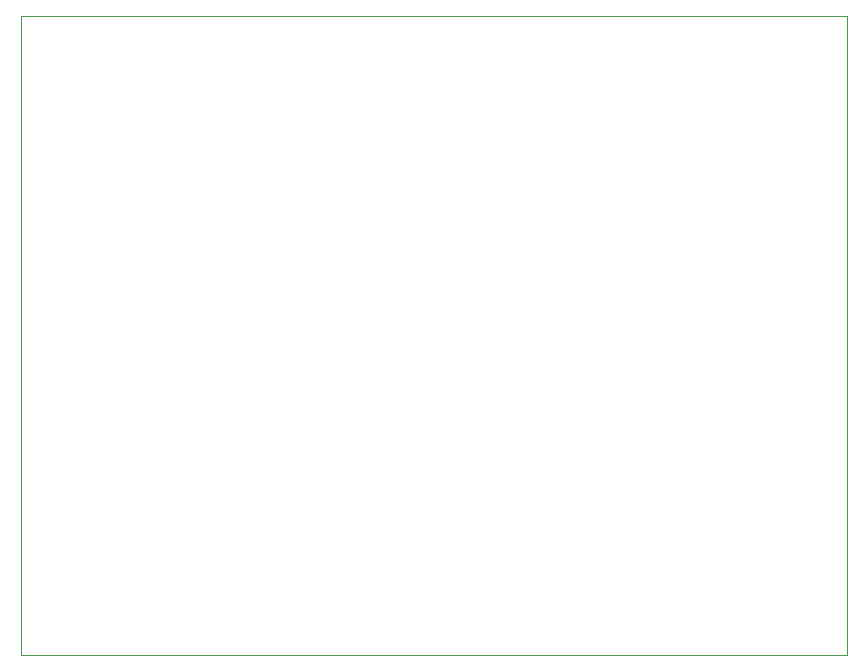
<source format=gbr>
G04 --- HEADER BEGIN --- *
G04 #@! TF.GenerationSoftware,LibrePCB,LibrePCB,0.1.6*
G04 #@! TF.CreationDate,2022-09-15T14:24:33*
G04 #@! TF.ProjectId,D&D Alerter,e525b3f6-46db-4784-bcd4-d1e7e9f5ff90,v1*
G04 #@! TF.Part,Single*
G04 #@! TF.SameCoordinates*
G04 #@! TF.FileFunction,Profile,NP*
%FSLAX66Y66*%
%MOMM*%
G01*
G75*
G04 --- HEADER END --- *
G04 --- APERTURE LIST BEGIN --- *
G04 #@! TA.AperFunction,Profile*
%ADD10C,0.001*%
G04 #@! TD*
G04 --- APERTURE LIST END --- *
G04 --- BOARD BEGIN --- *
D10*
X-35000000Y-30000000D02*
X35000000Y-30000000D01*
X35000000Y24120000D01*
X-35000000Y24120000D01*
X-35000000Y-30000000D01*
G04 --- BOARD END --- *
G04 #@! TF.MD5,c97eb42b1aca64df3d8c4e4db9714a2f*
M02*

</source>
